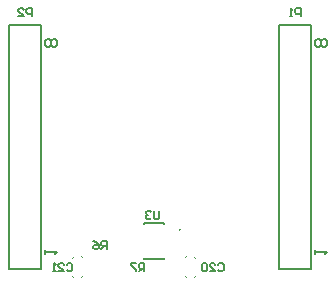
<source format=gbr>
%TF.GenerationSoftware,Altium Limited,Altium Designer,22.6.1 (34)*%
G04 Layer_Color=32896*
%FSLAX45Y45*%
%MOMM*%
%TF.SameCoordinates,421C64DB-711B-49BE-949A-821E8169F4DF*%
%TF.FilePolarity,Positive*%
%TF.FileFunction,Legend,Bot*%
%TF.Part,Single*%
G01*
G75*
%TA.AperFunction,NonConductor*%
%ADD31C,0.07620*%
%ADD32C,0.20000*%
%ADD33C,0.12700*%
%ADD34C,0.15240*%
D31*
X590550Y50800D02*
G03*
X603250Y38100I12700J0D01*
G01*
X666750D02*
G03*
X679450Y50800I0J12700D01*
G01*
Y203200D02*
G03*
X666750Y215900I-12700J0D01*
G01*
X603250D02*
G03*
X590550Y203200I0J-12700D01*
G01*
X1543050Y50800D02*
G03*
X1555750Y38100I12700J0D01*
G01*
X1619250D02*
G03*
X1631950Y50800I0J12700D01*
G01*
Y203200D02*
G03*
X1619250Y215900I-12700J0D01*
G01*
X1555750D02*
G03*
X1543050Y203200I0J-12700D01*
G01*
D32*
X1502581Y444000D02*
G03*
X1502581Y444000I-6181J0D01*
G01*
X56000Y2174000D02*
X325000D01*
Y112000D02*
Y2174000D01*
X56000Y112000D02*
X325000D01*
X56000D02*
Y2174000D01*
X2342000Y112000D02*
Y2174000D01*
Y112000D02*
X2611000D01*
Y2174000D01*
X2342000D02*
X2611000D01*
X542989Y150326D02*
X554652Y161989D01*
X577978D01*
X589640Y150326D01*
Y103674D01*
X577978Y92011D01*
X554652D01*
X542989Y103674D01*
X473011Y92011D02*
X519663D01*
X473011Y138663D01*
Y150326D01*
X484674Y161989D01*
X508000D01*
X519663Y150326D01*
X449685Y92011D02*
X426360D01*
X438022D01*
Y161989D01*
X449685Y150326D01*
X1328315Y606489D02*
Y548174D01*
X1316652Y536511D01*
X1293326D01*
X1281663Y548174D01*
Y606489D01*
X1258337Y594826D02*
X1246674Y606489D01*
X1223348D01*
X1211685Y594826D01*
Y583163D01*
X1223348Y571500D01*
X1235011D01*
X1223348D01*
X1211685Y559837D01*
Y548174D01*
X1223348Y536511D01*
X1246674D01*
X1258337Y548174D01*
X883815Y282511D02*
Y352489D01*
X848826D01*
X837163Y340826D01*
Y317500D01*
X848826Y305837D01*
X883815D01*
X860489D02*
X837163Y282511D01*
X767185Y352489D02*
X790511Y340826D01*
X813837Y317500D01*
Y294174D01*
X802174Y282511D01*
X778848D01*
X767185Y294174D01*
Y305837D01*
X778848Y317500D01*
X813837D01*
X1201315Y92011D02*
Y161989D01*
X1166326D01*
X1154663Y150326D01*
Y127000D01*
X1166326Y115337D01*
X1201315D01*
X1177989D02*
X1154663Y92011D01*
X1131337Y161989D02*
X1084685D01*
Y150326D01*
X1131337Y103674D01*
Y92011D01*
X1824652Y150326D02*
X1836315Y161989D01*
X1859640D01*
X1871303Y150326D01*
Y103674D01*
X1859640Y92011D01*
X1836315D01*
X1824652Y103674D01*
X1754674Y92011D02*
X1801326D01*
X1754674Y138663D01*
Y150326D01*
X1766337Y161989D01*
X1789663D01*
X1801326Y150326D01*
X1731348D02*
X1719685Y161989D01*
X1696360D01*
X1684697Y150326D01*
Y103674D01*
X1696360Y92011D01*
X1719685D01*
X1731348Y103674D01*
Y150326D01*
X248815Y2251011D02*
Y2320989D01*
X213826D01*
X202163Y2309326D01*
Y2286000D01*
X213826Y2274337D01*
X248815D01*
X132185Y2251011D02*
X178837D01*
X132185Y2297663D01*
Y2309326D01*
X143848Y2320989D01*
X167174D01*
X178837Y2309326D01*
X2523152Y2251011D02*
Y2320989D01*
X2488163D01*
X2476500Y2309326D01*
Y2286000D01*
X2488163Y2274337D01*
X2523152D01*
X2453174Y2251011D02*
X2429848D01*
X2441511D01*
Y2320989D01*
X2453174Y2309326D01*
D33*
X1194500Y504000D02*
X1364500D01*
X1194500Y194000D02*
X1364500D01*
Y204000D01*
X1194500Y194000D02*
Y204000D01*
Y494000D02*
Y504000D01*
X1364500Y494000D02*
Y504000D01*
D34*
X445139Y1994000D02*
X462067Y2010928D01*
Y2044784D01*
X445139Y2061711D01*
X428211D01*
X411283Y2044784D01*
X394356Y2061711D01*
X377428D01*
X360500Y2044784D01*
Y2010928D01*
X377428Y1994000D01*
X394356D01*
X411283Y2010928D01*
X428211Y1994000D01*
X445139D01*
X411283Y2010928D02*
Y2044784D01*
X360500Y242000D02*
Y275856D01*
Y258928D01*
X462067D01*
X445139Y242000D01*
X2646500D02*
Y275856D01*
Y258928D01*
X2748067D01*
X2731139Y242000D01*
Y1994000D02*
X2748067Y2010928D01*
Y2044784D01*
X2731139Y2061711D01*
X2714211D01*
X2697283Y2044784D01*
X2680356Y2061711D01*
X2663428D01*
X2646500Y2044784D01*
Y2010928D01*
X2663428Y1994000D01*
X2680356D01*
X2697283Y2010928D01*
X2714211Y1994000D01*
X2731139D01*
X2697283Y2010928D02*
Y2044784D01*
%TF.MD5,6500662d94d04b4db83d85a3b8582986*%
M02*

</source>
